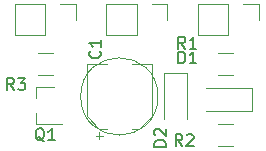
<source format=gbr>
%TF.GenerationSoftware,KiCad,Pcbnew,(5.1.6-0)*%
%TF.CreationDate,2023-05-08T15:43:43-07:00*%
%TF.ProjectId,LM1876_mute,4c4d3138-3736-45f6-9d75-74652e6b6963,rev?*%
%TF.SameCoordinates,Original*%
%TF.FileFunction,Legend,Top*%
%TF.FilePolarity,Positive*%
%FSLAX46Y46*%
G04 Gerber Fmt 4.6, Leading zero omitted, Abs format (unit mm)*
G04 Created by KiCad (PCBNEW (5.1.6-0)) date 2023-05-08 15:43:43*
%MOMM*%
%LPD*%
G01*
G04 APERTURE LIST*
%ADD10C,0.120000*%
%ADD11C,0.150000*%
G04 APERTURE END LIST*
D10*
%TO.C,C2*%
X160770000Y-111500000D02*
G75*
G03*
X160770000Y-111500000I-3270000J0D01*
G01*
%TO.C,C1*%
X160260000Y-108740000D02*
X158560000Y-108740000D01*
X154740000Y-108740000D02*
X156440000Y-108740000D01*
X154740000Y-113195563D02*
X154740000Y-108740000D01*
X160260000Y-113195563D02*
X160260000Y-108740000D01*
X159195563Y-114260000D02*
X158560000Y-114260000D01*
X155804437Y-114260000D02*
X156440000Y-114260000D01*
X155804437Y-114260000D02*
X154740000Y-113195563D01*
X159195563Y-114260000D02*
X160260000Y-113195563D01*
X155815000Y-115125000D02*
X155815000Y-114500000D01*
X155502500Y-114812500D02*
X156127500Y-114812500D01*
%TO.C,J5*%
X156380000Y-103670000D02*
X156380000Y-106330000D01*
X158980000Y-103670000D02*
X156380000Y-103670000D01*
X158980000Y-106330000D02*
X156380000Y-106330000D01*
X158980000Y-103670000D02*
X158980000Y-106330000D01*
X160250000Y-103670000D02*
X161580000Y-103670000D01*
X161580000Y-103670000D02*
X161580000Y-105000000D01*
%TO.C,R3*%
X150647936Y-107840000D02*
X151852064Y-107840000D01*
X150647936Y-109660000D02*
X151852064Y-109660000D01*
%TO.C,R2*%
X165897936Y-113840000D02*
X167102064Y-113840000D01*
X165897936Y-115660000D02*
X167102064Y-115660000D01*
%TO.C,R1*%
X167102064Y-109660000D02*
X165897936Y-109660000D01*
X167102064Y-107840000D02*
X165897936Y-107840000D01*
%TO.C,Q1*%
X150490000Y-110670000D02*
X150490000Y-111600000D01*
X150490000Y-113830000D02*
X150490000Y-112900000D01*
X150490000Y-113830000D02*
X152650000Y-113830000D01*
X150490000Y-110670000D02*
X151950000Y-110670000D01*
%TO.C,J4*%
X148630000Y-103670000D02*
X148630000Y-106330000D01*
X151230000Y-103670000D02*
X148630000Y-103670000D01*
X151230000Y-106330000D02*
X148630000Y-106330000D01*
X151230000Y-103670000D02*
X151230000Y-106330000D01*
X152500000Y-103670000D02*
X153830000Y-103670000D01*
X153830000Y-103670000D02*
X153830000Y-105000000D01*
%TO.C,J3*%
X164130000Y-103670000D02*
X164130000Y-106330000D01*
X166730000Y-103670000D02*
X164130000Y-103670000D01*
X166730000Y-106330000D02*
X164130000Y-106330000D01*
X166730000Y-103670000D02*
X166730000Y-106330000D01*
X168000000Y-103670000D02*
X169330000Y-103670000D01*
X169330000Y-103670000D02*
X169330000Y-105000000D01*
%TO.C,D2*%
X163250000Y-109500000D02*
X161250000Y-109500000D01*
X161250000Y-109500000D02*
X161250000Y-113400000D01*
X163250000Y-109500000D02*
X163250000Y-113400000D01*
%TO.C,D1*%
X168750000Y-112750000D02*
X168750000Y-110750000D01*
X168750000Y-110750000D02*
X164850000Y-110750000D01*
X168750000Y-112750000D02*
X164850000Y-112750000D01*
%TO.C,C1*%
D11*
X155857142Y-107666666D02*
X155904761Y-107714285D01*
X155952380Y-107857142D01*
X155952380Y-107952380D01*
X155904761Y-108095238D01*
X155809523Y-108190476D01*
X155714285Y-108238095D01*
X155523809Y-108285714D01*
X155380952Y-108285714D01*
X155190476Y-108238095D01*
X155095238Y-108190476D01*
X155000000Y-108095238D01*
X154952380Y-107952380D01*
X154952380Y-107857142D01*
X155000000Y-107714285D01*
X155047619Y-107666666D01*
X155952380Y-106714285D02*
X155952380Y-107285714D01*
X155952380Y-107000000D02*
X154952380Y-107000000D01*
X155095238Y-107095238D01*
X155190476Y-107190476D01*
X155238095Y-107285714D01*
%TO.C,R3*%
X148583333Y-110952380D02*
X148250000Y-110476190D01*
X148011904Y-110952380D02*
X148011904Y-109952380D01*
X148392857Y-109952380D01*
X148488095Y-110000000D01*
X148535714Y-110047619D01*
X148583333Y-110142857D01*
X148583333Y-110285714D01*
X148535714Y-110380952D01*
X148488095Y-110428571D01*
X148392857Y-110476190D01*
X148011904Y-110476190D01*
X148916666Y-109952380D02*
X149535714Y-109952380D01*
X149202380Y-110333333D01*
X149345238Y-110333333D01*
X149440476Y-110380952D01*
X149488095Y-110428571D01*
X149535714Y-110523809D01*
X149535714Y-110761904D01*
X149488095Y-110857142D01*
X149440476Y-110904761D01*
X149345238Y-110952380D01*
X149059523Y-110952380D01*
X148964285Y-110904761D01*
X148916666Y-110857142D01*
%TO.C,R2*%
X162833333Y-115702380D02*
X162500000Y-115226190D01*
X162261904Y-115702380D02*
X162261904Y-114702380D01*
X162642857Y-114702380D01*
X162738095Y-114750000D01*
X162785714Y-114797619D01*
X162833333Y-114892857D01*
X162833333Y-115035714D01*
X162785714Y-115130952D01*
X162738095Y-115178571D01*
X162642857Y-115226190D01*
X162261904Y-115226190D01*
X163214285Y-114797619D02*
X163261904Y-114750000D01*
X163357142Y-114702380D01*
X163595238Y-114702380D01*
X163690476Y-114750000D01*
X163738095Y-114797619D01*
X163785714Y-114892857D01*
X163785714Y-114988095D01*
X163738095Y-115130952D01*
X163166666Y-115702380D01*
X163785714Y-115702380D01*
%TO.C,R1*%
X163083333Y-107452380D02*
X162750000Y-106976190D01*
X162511904Y-107452380D02*
X162511904Y-106452380D01*
X162892857Y-106452380D01*
X162988095Y-106500000D01*
X163035714Y-106547619D01*
X163083333Y-106642857D01*
X163083333Y-106785714D01*
X163035714Y-106880952D01*
X162988095Y-106928571D01*
X162892857Y-106976190D01*
X162511904Y-106976190D01*
X164035714Y-107452380D02*
X163464285Y-107452380D01*
X163750000Y-107452380D02*
X163750000Y-106452380D01*
X163654761Y-106595238D01*
X163559523Y-106690476D01*
X163464285Y-106738095D01*
%TO.C,Q1*%
X151154761Y-115297619D02*
X151059523Y-115250000D01*
X150964285Y-115154761D01*
X150821428Y-115011904D01*
X150726190Y-114964285D01*
X150630952Y-114964285D01*
X150678571Y-115202380D02*
X150583333Y-115154761D01*
X150488095Y-115059523D01*
X150440476Y-114869047D01*
X150440476Y-114535714D01*
X150488095Y-114345238D01*
X150583333Y-114250000D01*
X150678571Y-114202380D01*
X150869047Y-114202380D01*
X150964285Y-114250000D01*
X151059523Y-114345238D01*
X151107142Y-114535714D01*
X151107142Y-114869047D01*
X151059523Y-115059523D01*
X150964285Y-115154761D01*
X150869047Y-115202380D01*
X150678571Y-115202380D01*
X152059523Y-115202380D02*
X151488095Y-115202380D01*
X151773809Y-115202380D02*
X151773809Y-114202380D01*
X151678571Y-114345238D01*
X151583333Y-114440476D01*
X151488095Y-114488095D01*
%TO.C,D2*%
X161452380Y-115738095D02*
X160452380Y-115738095D01*
X160452380Y-115500000D01*
X160500000Y-115357142D01*
X160595238Y-115261904D01*
X160690476Y-115214285D01*
X160880952Y-115166666D01*
X161023809Y-115166666D01*
X161214285Y-115214285D01*
X161309523Y-115261904D01*
X161404761Y-115357142D01*
X161452380Y-115500000D01*
X161452380Y-115738095D01*
X160547619Y-114785714D02*
X160500000Y-114738095D01*
X160452380Y-114642857D01*
X160452380Y-114404761D01*
X160500000Y-114309523D01*
X160547619Y-114261904D01*
X160642857Y-114214285D01*
X160738095Y-114214285D01*
X160880952Y-114261904D01*
X161452380Y-114833333D01*
X161452380Y-114214285D01*
%TO.C,D1*%
X162511904Y-108702380D02*
X162511904Y-107702380D01*
X162750000Y-107702380D01*
X162892857Y-107750000D01*
X162988095Y-107845238D01*
X163035714Y-107940476D01*
X163083333Y-108130952D01*
X163083333Y-108273809D01*
X163035714Y-108464285D01*
X162988095Y-108559523D01*
X162892857Y-108654761D01*
X162750000Y-108702380D01*
X162511904Y-108702380D01*
X164035714Y-108702380D02*
X163464285Y-108702380D01*
X163750000Y-108702380D02*
X163750000Y-107702380D01*
X163654761Y-107845238D01*
X163559523Y-107940476D01*
X163464285Y-107988095D01*
%TD*%
M02*

</source>
